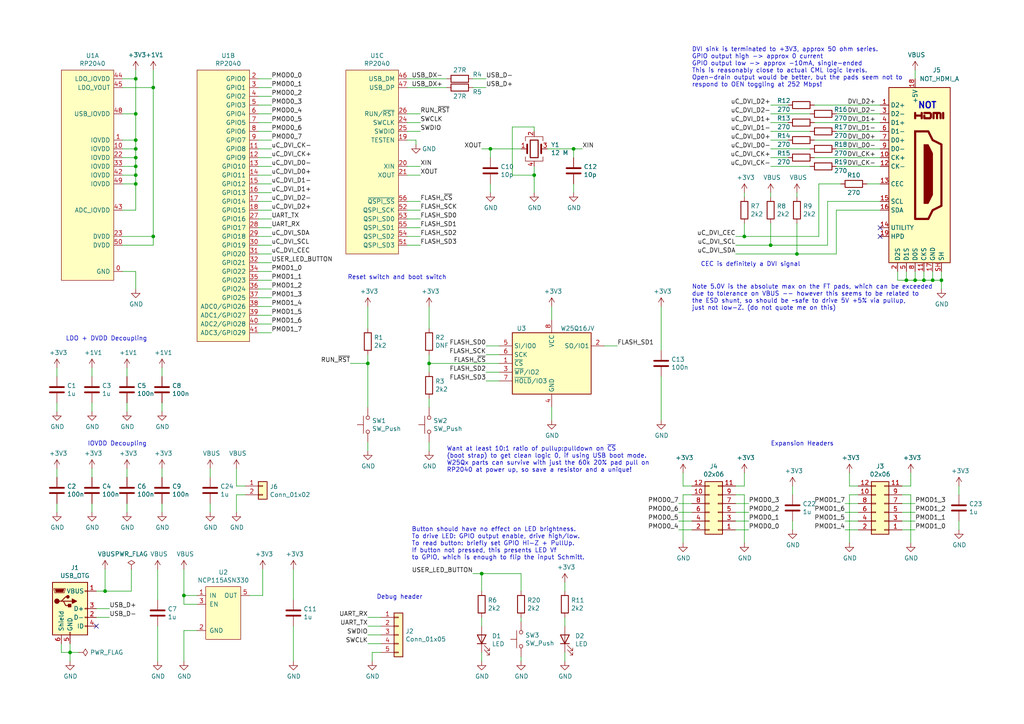
<source format=kicad_sch>
(kicad_sch (version 20230121) (generator eeschema)
  (paper "A4")
  (title_block (title "PicoDVI") (date "2020-06-23") (rev "C") (company "Luke Wren") (comment 1 "but it's worth a try") (comment 2 "This is utterly cursed and probably won't ever work"))
  (junction (at 39.37 40.64))
  (junction (at 39.37 50.8))
  (junction (at 39.37 53.34))
  (junction (at 273.05 81.28))
  (junction (at 124.46 105.41))
  (junction (at 20.32 189.23))
  (junction (at 139.7 166.37))
  (junction (at 39.37 45.72))
  (junction (at 270.51 81.28))
  (junction (at 215.9 68.58))
  (junction (at 154.94 50.8))
  (junction (at 231.14 73.66))
  (junction (at 262.89 81.28))
  (junction (at 106.68 105.41))
  (junction (at 223.52 71.12))
  (junction (at 39.37 43.18))
  (junction (at 39.37 33.02))
  (junction (at 44.45 68.58))
  (junction (at 39.37 22.86))
  (junction (at 30.48 171.45))
  (junction (at 267.97 81.28))
  (junction (at 53.34 172.72))
  (junction (at 39.37 48.26))
  (junction (at 44.45 25.4))
  (junction (at 142.24 43.18))
  (junction (at 166.37 43.18))
  (junction (at 265.43 81.28))
  (no_connect (at 255.27 66.04))
  (no_connect (at 255.27 68.58))
  (no_connect (at 27.94 181.61))
  (wire (pts (xy 154.94 50.8) (xy 154.94 55.88)))
  (wire (pts (xy 248.92 143.51) (xy 246.38 143.51)))
  (wire (pts (xy 236.22 30.48) (xy 255.27 30.48)))
  (wire (pts (xy 74.93 68.58) (xy 78.74 68.58)))
  (wire (pts (xy 74.93 45.72) (xy 78.74 45.72)))
  (wire (pts (xy 39.37 33.02) (xy 39.37 40.64)))
  (wire (pts (xy 213.36 146.05) (xy 217.17 146.05)))
  (wire (pts (xy 200.66 151.13) (xy 196.85 151.13)))
  (wire (pts (xy 36.83 109.22) (xy 36.83 106.68)))
  (wire (pts (xy 144.78 102.87) (xy 140.97 102.87)))
  (wire (pts (xy 46.99 116.84) (xy 46.99 119.38)))
  (wire (pts (xy 223.52 71.12) (xy 240.03 71.12)))
  (wire (pts (xy 74.93 93.98) (xy 78.74 93.98)))
  (wire (pts (xy 213.36 140.97) (xy 215.9 140.97)))
  (wire (pts (xy 71.12 143.51) (xy 68.58 143.51)))
  (wire (pts (xy 255.27 60.96) (xy 242.57 60.96)))
  (wire (pts (xy 142.24 43.18) (xy 142.24 45.72)))
  (wire (pts (xy 39.37 50.8) (xy 39.37 48.26)))
  (wire (pts (xy 246.38 140.97) (xy 248.92 140.97)))
  (wire (pts (xy 46.99 109.22) (xy 46.99 106.68)))
  (wire (pts (xy 242.57 73.66) (xy 231.14 73.66)))
  (wire (pts (xy 27.94 179.07) (xy 31.75 179.07)))
  (wire (pts (xy 106.68 128.27) (xy 106.68 130.81)))
  (wire (pts (xy 36.83 116.84) (xy 36.83 119.38)))
  (wire (pts (xy 261.62 140.97) (xy 264.16 140.97)))
  (wire (pts (xy 228.6 30.48) (xy 223.52 30.48)))
  (wire (pts (xy 39.37 50.8) (xy 39.37 53.34)))
  (wire (pts (xy 243.84 53.34) (xy 237.49 53.34)))
  (wire (pts (xy 35.56 33.02) (xy 39.37 33.02)))
  (wire (pts (xy 35.56 50.8) (xy 39.37 50.8)))
  (wire (pts (xy 160.02 92.71) (xy 160.02 88.9)))
  (wire (pts (xy 236.22 35.56) (xy 255.27 35.56)))
  (wire (pts (xy 148.59 36.83) (xy 148.59 50.8)))
  (wire (pts (xy 234.95 38.1) (xy 223.52 38.1)))
  (wire (pts (xy 20.32 186.69) (xy 20.32 189.23)))
  (wire (pts (xy 124.46 105.41) (xy 124.46 107.95)))
  (wire (pts (xy 45.72 165.1) (xy 45.72 173.99)))
  (wire (pts (xy 215.9 55.88) (xy 215.9 57.15)))
  (wire (pts (xy 106.68 105.41) (xy 106.68 118.11)))
  (wire (pts (xy 246.38 143.51) (xy 246.38 157.48)))
  (wire (pts (xy 231.14 73.66) (xy 213.36 73.66)))
  (wire (pts (xy 71.12 140.97) (xy 68.58 140.97)))
  (wire (pts (xy 261.62 143.51) (xy 264.16 143.51)))
  (wire (pts (xy 74.93 53.34) (xy 78.74 53.34)))
  (wire (pts (xy 231.14 55.88) (xy 231.14 57.15)))
  (wire (pts (xy 142.24 53.34) (xy 142.24 55.88)))
  (wire (pts (xy 273.05 78.74) (xy 273.05 81.28)))
  (wire (pts (xy 110.49 179.07) (xy 106.68 179.07)))
  (wire (pts (xy 74.93 50.8) (xy 78.74 50.8)))
  (wire (pts (xy 85.09 165.1) (xy 85.09 173.99)))
  (wire (pts (xy 118.11 68.58) (xy 121.92 68.58)))
  (wire (pts (xy 148.59 50.8) (xy 154.94 50.8)))
  (wire (pts (xy 231.14 64.77) (xy 231.14 73.66)))
  (wire (pts (xy 106.68 88.9) (xy 106.68 95.25)))
  (wire (pts (xy 39.37 22.86) (xy 39.37 33.02)))
  (wire (pts (xy 39.37 48.26) (xy 39.37 45.72)))
  (wire (pts (xy 160.02 118.11) (xy 160.02 121.92)))
  (wire (pts (xy 74.93 35.56) (xy 78.74 35.56)))
  (wire (pts (xy 175.26 100.33) (xy 179.07 100.33)))
  (wire (pts (xy 213.36 143.51) (xy 215.9 143.51)))
  (wire (pts (xy 248.92 148.59) (xy 245.11 148.59)))
  (wire (pts (xy 124.46 128.27) (xy 124.46 130.81)))
  (wire (pts (xy 57.15 182.88) (xy 53.34 182.88)))
  (wire (pts (xy 154.94 48.26) (xy 154.94 50.8)))
  (wire (pts (xy 68.58 143.51) (xy 68.58 148.59)))
  (wire (pts (xy 200.66 153.67) (xy 196.85 153.67)))
  (wire (pts (xy 74.93 71.12) (xy 78.74 71.12)))
  (wire (pts (xy 57.15 172.72) (xy 53.34 172.72)))
  (wire (pts (xy 74.93 43.18) (xy 78.74 43.18)))
  (wire (pts (xy 228.6 45.72) (xy 223.52 45.72)))
  (wire (pts (xy 118.11 66.04) (xy 121.92 66.04)))
  (wire (pts (xy 278.13 143.51) (xy 278.13 140.97)))
  (wire (pts (xy 17.78 189.23) (xy 20.32 189.23)))
  (wire (pts (xy 265.43 22.86) (xy 265.43 20.32)))
  (wire (pts (xy 118.11 38.1) (xy 121.92 38.1)))
  (wire (pts (xy 74.93 86.36) (xy 78.74 86.36)))
  (wire (pts (xy 236.22 40.64) (xy 255.27 40.64)))
  (wire (pts (xy 215.9 143.51) (xy 215.9 157.48)))
  (wire (pts (xy 118.11 71.12) (xy 121.92 71.12)))
  (wire (pts (xy 248.92 153.67) (xy 245.11 153.67)))
  (wire (pts (xy 118.11 63.5) (xy 121.92 63.5)))
  (wire (pts (xy 270.51 81.28) (xy 273.05 81.28)))
  (wire (pts (xy 118.11 40.64) (xy 120.65 40.64)))
  (wire (pts (xy 267.97 78.74) (xy 267.97 81.28)))
  (wire (pts (xy 198.12 140.97) (xy 200.66 140.97)))
  (wire (pts (xy 39.37 40.64) (xy 39.37 43.18)))
  (wire (pts (xy 35.56 48.26) (xy 39.37 48.26)))
  (wire (pts (xy 273.05 81.28) (xy 273.05 83.82)))
  (wire (pts (xy 74.93 33.02) (xy 78.74 33.02)))
  (wire (pts (xy 26.67 138.43) (xy 26.67 135.89)))
  (wire (pts (xy 228.6 40.64) (xy 223.52 40.64)))
  (wire (pts (xy 35.56 45.72) (xy 39.37 45.72)))
  (wire (pts (xy 151.13 190.5) (xy 151.13 191.77)))
  (wire (pts (xy 44.45 71.12) (xy 44.45 68.58)))
  (wire (pts (xy 72.39 172.72) (xy 76.2 172.72)))
  (wire (pts (xy 260.35 81.28) (xy 262.89 81.28)))
  (wire (pts (xy 213.36 148.59) (xy 217.17 148.59)))
  (wire (pts (xy 191.77 88.9) (xy 191.77 101.6)))
  (wire (pts (xy 262.89 78.74) (xy 262.89 81.28)))
  (wire (pts (xy 261.62 151.13) (xy 265.43 151.13)))
  (wire (pts (xy 35.56 40.64) (xy 39.37 40.64)))
  (wire (pts (xy 46.99 138.43) (xy 46.99 135.89)))
  (wire (pts (xy 213.36 151.13) (xy 217.17 151.13)))
  (wire (pts (xy 74.93 55.88) (xy 78.74 55.88)))
  (wire (pts (xy 118.11 48.26) (xy 121.92 48.26)))
  (wire (pts (xy 229.87 143.51) (xy 229.87 140.97)))
  (wire (pts (xy 260.35 78.74) (xy 260.35 81.28)))
  (wire (pts (xy 234.95 48.26) (xy 223.52 48.26)))
  (wire (pts (xy 16.51 146.05) (xy 16.51 148.59)))
  (wire (pts (xy 53.34 172.72) (xy 53.34 175.26)))
  (wire (pts (xy 118.11 25.4) (xy 129.54 25.4)))
  (wire (pts (xy 39.37 45.72) (xy 39.37 43.18)))
  (wire (pts (xy 151.13 43.18) (xy 142.24 43.18)))
  (wire (pts (xy 198.12 137.16) (xy 198.12 140.97)))
  (wire (pts (xy 74.93 58.42) (xy 78.74 58.42)))
  (wire (pts (xy 255.27 53.34) (xy 251.46 53.34)))
  (wire (pts (xy 118.11 33.02) (xy 121.92 33.02)))
  (wire (pts (xy 139.7 166.37) (xy 151.13 166.37)))
  (wire (pts (xy 20.32 189.23) (xy 20.32 191.77)))
  (wire (pts (xy 144.78 110.49) (xy 140.97 110.49)))
  (wire (pts (xy 151.13 179.07) (xy 151.13 180.34)))
  (wire (pts (xy 242.57 60.96) (xy 242.57 73.66)))
  (wire (pts (xy 26.67 109.22) (xy 26.67 106.68)))
  (wire (pts (xy 53.34 182.88) (xy 53.34 191.77)))
  (wire (pts (xy 16.51 116.84) (xy 16.51 119.38)))
  (wire (pts (xy 39.37 53.34) (xy 39.37 60.96)))
  (wire (pts (xy 255.27 58.42) (xy 240.03 58.42)))
  (wire (pts (xy 237.49 68.58) (xy 215.9 68.58)))
  (wire (pts (xy 139.7 166.37) (xy 139.7 171.45)))
  (wire (pts (xy 74.93 27.94) (xy 78.74 27.94)))
  (wire (pts (xy 200.66 148.59) (xy 196.85 148.59)))
  (wire (pts (xy 74.93 96.52) (xy 78.74 96.52)))
  (wire (pts (xy 16.51 109.22) (xy 16.51 106.68)))
  (wire (pts (xy 30.48 171.45) (xy 30.48 165.1)))
  (wire (pts (xy 215.9 140.97) (xy 215.9 137.16)))
  (wire (pts (xy 39.37 22.86) (xy 39.37 20.32)))
  (wire (pts (xy 154.94 38.1) (xy 154.94 36.83)))
  (wire (pts (xy 74.93 91.44) (xy 78.74 91.44)))
  (wire (pts (xy 255.27 48.26) (xy 242.57 48.26)))
  (wire (pts (xy 85.09 181.61) (xy 85.09 191.77)))
  (wire (pts (xy 118.11 50.8) (xy 121.92 50.8)))
  (wire (pts (xy 35.56 78.74) (xy 39.37 78.74)))
  (wire (pts (xy 234.95 33.02) (xy 223.52 33.02)))
  (wire (pts (xy 110.49 189.23) (xy 107.95 189.23)))
  (wire (pts (xy 262.89 81.28) (xy 265.43 81.28)))
  (wire (pts (xy 124.46 105.41) (xy 124.46 102.87)))
  (wire (pts (xy 60.96 138.43) (xy 60.96 135.89)))
  (wire (pts (xy 265.43 78.74) (xy 265.43 81.28)))
  (wire (pts (xy 107.95 189.23) (xy 107.95 191.77)))
  (wire (pts (xy 200.66 146.05) (xy 196.85 146.05)))
  (wire (pts (xy 27.94 171.45) (xy 30.48 171.45)))
  (wire (pts (xy 144.78 107.95) (xy 140.97 107.95)))
  (wire (pts (xy 35.56 71.12) (xy 44.45 71.12)))
  (wire (pts (xy 229.87 151.13) (xy 229.87 153.67)))
  (wire (pts (xy 45.72 181.61) (xy 45.72 191.77)))
  (wire (pts (xy 74.93 73.66) (xy 78.74 73.66)))
  (wire (pts (xy 17.78 186.69) (xy 17.78 189.23)))
  (wire (pts (xy 261.62 146.05) (xy 265.43 146.05)))
  (wire (pts (xy 234.95 43.18) (xy 223.52 43.18)))
  (wire (pts (xy 74.93 25.4) (xy 78.74 25.4)))
  (wire (pts (xy 137.16 22.86) (xy 140.97 22.86)))
  (wire (pts (xy 110.49 184.15) (xy 106.68 184.15)))
  (wire (pts (xy 44.45 25.4) (xy 44.45 68.58)))
  (wire (pts (xy 46.99 146.05) (xy 46.99 148.59)))
  (wire (pts (xy 140.97 25.4) (xy 137.16 25.4)))
  (wire (pts (xy 27.94 176.53) (xy 31.75 176.53)))
  (wire (pts (xy 213.36 71.12) (xy 223.52 71.12)))
  (wire (pts (xy 237.49 53.34) (xy 237.49 68.58)))
  (wire (pts (xy 76.2 172.72) (xy 76.2 165.1)))
  (wire (pts (xy 270.51 78.74) (xy 270.51 81.28)))
  (wire (pts (xy 74.93 63.5) (xy 78.74 63.5)))
  (wire (pts (xy 74.93 48.26) (xy 78.74 48.26)))
  (wire (pts (xy 223.52 55.88) (xy 223.52 57.15)))
  (wire (pts (xy 240.03 58.42) (xy 240.03 71.12)))
  (wire (pts (xy 118.11 60.96) (xy 121.92 60.96)))
  (wire (pts (xy 200.66 143.51) (xy 198.12 143.51)))
  (wire (pts (xy 215.9 64.77) (xy 215.9 68.58)))
  (wire (pts (xy 228.6 35.56) (xy 223.52 35.56)))
  (wire (pts (xy 163.83 189.23) (xy 163.83 191.77)))
  (wire (pts (xy 60.96 146.05) (xy 60.96 148.59)))
  (wire (pts (xy 264.16 143.51) (xy 264.16 157.48)))
  (wire (pts (xy 16.51 138.43) (xy 16.51 135.89)))
  (wire (pts (xy 26.67 116.84) (xy 26.67 119.38)))
  (wire (pts (xy 74.93 60.96) (xy 78.74 60.96)))
  (wire (pts (xy 74.93 66.04) (xy 78.74 66.04)))
  (wire (pts (xy 163.83 171.45) (xy 163.83 168.91)))
  (wire (pts (xy 142.24 43.18) (xy 139.7 43.18)))
  (wire (pts (xy 74.93 40.64) (xy 78.74 40.64)))
  (wire (pts (xy 53.34 175.26) (xy 57.15 175.26)))
  (wire (pts (xy 246.38 137.16) (xy 246.38 140.97)))
  (wire (pts (xy 74.93 83.82) (xy 78.74 83.82)))
  (wire (pts (xy 110.49 181.61) (xy 106.68 181.61)))
  (wire (pts (xy 264.16 140.97) (xy 264.16 137.16)))
  (wire (pts (xy 191.77 109.22) (xy 191.77 121.92)))
  (wire (pts (xy 74.93 38.1) (xy 78.74 38.1)))
  (wire (pts (xy 158.75 43.18) (xy 166.37 43.18)))
  (wire (pts (xy 166.37 53.34) (xy 166.37 55.88)))
  (wire (pts (xy 166.37 43.18) (xy 168.91 43.18)))
  (wire (pts (xy 118.11 22.86) (xy 129.54 22.86)))
  (wire (pts (xy 255.27 43.18) (xy 242.57 43.18)))
  (wire (pts (xy 35.56 22.86) (xy 39.37 22.86)))
  (wire (pts (xy 248.92 151.13) (xy 245.11 151.13)))
  (wire (pts (xy 267.97 81.28) (xy 270.51 81.28)))
  (wire (pts (xy 151.13 166.37) (xy 151.13 171.45)))
  (wire (pts (xy 154.94 36.83) (xy 148.59 36.83)))
  (wire (pts (xy 198.12 143.51) (xy 198.12 157.48)))
  (wire (pts (xy 38.1 165.1) (xy 38.1 171.45)))
  (wire (pts (xy 124.46 115.57) (xy 124.46 118.11)))
  (wire (pts (xy 20.32 189.23) (xy 22.86 189.23)))
  (wire (pts (xy 35.56 53.34) (xy 39.37 53.34)))
  (wire (pts (xy 74.93 78.74) (xy 78.74 78.74)))
  (wire (pts (xy 26.67 146.05) (xy 26.67 148.59)))
  (wire (pts (xy 261.62 153.67) (xy 265.43 153.67)))
  (wire (pts (xy 261.62 148.59) (xy 265.43 148.59)))
  (wire (pts (xy 255.27 38.1) (xy 242.57 38.1)))
  (wire (pts (xy 38.1 171.45) (xy 30.48 171.45)))
  (wire (pts (xy 44.45 68.58) (xy 35.56 68.58)))
  (wire (pts (xy 265.43 81.28) (xy 267.97 81.28)))
  (wire (pts (xy 53.34 172.72) (xy 53.34 165.1)))
  (wire (pts (xy 166.37 43.18) (xy 166.37 45.72)))
  (wire (pts (xy 110.49 186.69) (xy 106.68 186.69)))
  (wire (pts (xy 44.45 20.32) (xy 44.45 25.4)))
  (wire (pts (xy 139.7 166.37) (xy 137.16 166.37)))
  (wire (pts (xy 74.93 81.28) (xy 78.74 81.28)))
  (wire (pts (xy 139.7 189.23) (xy 139.7 191.77)))
  (wire (pts (xy 248.92 146.05) (xy 245.11 146.05)))
  (wire (pts (xy 44.45 25.4) (xy 35.56 25.4)))
  (wire (pts (xy 118.11 58.42) (xy 121.92 58.42)))
  (wire (pts (xy 278.13 151.13) (xy 278.13 153.67)))
  (wire (pts (xy 139.7 179.07) (xy 139.7 181.61)))
  (wire (pts (xy 236.22 45.72) (xy 255.27 45.72)))
  (wire (pts (xy 120.65 40.64) (xy 120.65 41.91)))
  (wire (pts (xy 74.93 76.2) (xy 78.74 76.2)))
  (wire (pts (xy 213.36 153.67) (xy 217.17 153.67)))
  (wire (pts (xy 144.78 100.33) (xy 140.97 100.33)))
  (wire (pts (xy 36.83 146.05) (xy 36.83 148.59)))
  (wire (pts (xy 255.27 33.02) (xy 242.57 33.02)))
  (wire (pts (xy 213.36 68.58) (xy 215.9 68.58)))
  (wire (pts (xy 68.58 135.89) (xy 68.58 140.97)))
  (wire (pts (xy 124.46 95.25) (xy 124.46 88.9)))
  (wire (pts (xy 124.46 105.41) (xy 144.78 105.41)))
  (wire (pts (xy 106.68 102.87) (xy 106.68 105.41)))
  (wire (pts (xy 223.52 64.77) (xy 223.52 71.12)))
  (wire (pts (xy 74.93 88.9) (xy 78.74 88.9)))
  (wire (pts (xy 39.37 43.18) (xy 35.56 43.18)))
  (wire (pts (xy 36.83 138.43) (xy 36.83 135.89)))
  (wire (pts (xy 74.93 22.86) (xy 78.74 22.86)))
  (wire (pts (xy 163.83 179.07) (xy 163.83 181.61)))
  (wire (pts (xy 118.11 35.56) (xy 121.92 35.56)))
  (wire (pts (xy 39.37 60.96) (xy 35.56 60.96)))
  (wire (pts (xy 39.37 78.74) (xy 39.37 83.82)))
  (wire (pts (xy 106.68 105.41) (xy 101.6 105.41)))
  (wire (pts (xy 74.93 30.48) (xy 78.74 30.48)))
  (text "CEC is definitely a DVI signal" (at 203.2 77.47 0) (effects (font (size 1.27 1.27)) (justify left bottom)))
  (text "Button should have no effect on LED brightness.\nTo drive LED: GPIO output enable, drive high/low.\nTo read button: briefly set GPIO Hi-Z + PullUp.\nIf button not pressed, this presents LED Vf\nto GPIO, which is enough to flip the input Schmitt." (at 119.38 162.56 0) (effects (font (size 1.27 1.27)) (justify left bottom)))
  (text "Want at least 10:1 ratio of pullup:pulldown on ~{CS}\n(boot strap) to get clean logic 0, if using USB boot mode.\nW25Qx parts can survive with just the 60k 20% pad pull on\nRP2040 at power up, so save a resistor and a unique!" (at 129.54 137.16 0) (effects (font (size 1.27 1.27)) (justify left bottom)))
  (text "Note 5.0V is the absolute max on the FT pads, which can be exceeded\ndue to tolerance on VBUS -- however this seems to be related to\nthe ESD shunt, so should be ~safe to drive 5V +5% via pullup,\njust not low-Z. (do not quote me on this)" (at 200.66 90.17 0) (effects (font (size 1.27 1.27)) (justify left bottom)))
  (text "LDO + DVDD Decoupling" (at 19.05 99.06 0) (effects (font (size 1.27 1.27)) (justify left bottom)))
  (text "Debug header" (at 109.22 173.99 0) (effects (font (size 1.27 1.27)) (justify left bottom)))
  (text "Expansion Headers\n" (at 223.52 129.54 0) (effects (font (size 1.27 1.27)) (justify left bottom)))
  (text "Reset switch and boot switch" (at 129.54 81.28 0) (effects (font (size 1.27 1.27)) (justify right bottom)))
  (text "IOVDD Decoupling" (at 25.4 129.54 0) (effects (font (size 1.27 1.27)) (justify left bottom)))
  (text "DVI sink is terminated to +3V3, approx 50 ohm series.\nGPIO output high -> approx 0 current\nGPIO output low -> approx -10mA, single-ended\nThis is reasonably close to actual CML logic levels.\nOpen-drain output would be better, but the pads seem not to\nrespond to OEN toggling at 252 Mbps!" (at 200.66 25.4 0) (effects (font (size 1.27 1.27)) (justify left bottom)))
  (text "NOT" (at 271.78 31.75 0) (effects (font (size 1.8034 1.8034) (thickness 0.3607) bold) (justify right bottom)))
  (label "uC_DVI_D0+" (at 78.74 50.8 0))
  (label "DVI_D1+" (at 254 35.56 180))
  (label "uC_DVI_CEC" (at 78.74 73.66 0))
  (label "PMOD0_6" (at 196.85 148.59 180))
  (label "PMOD0_0" (at 78.74 22.86 0))
  (label "USB_DX-" (at 119.38 22.86 0))
  (label "uC_DVI_D1-" (at 223.52 38.1 180))
  (label "PMOD1_6" (at 245.11 148.59 180))
  (label "uC_DVI_D0-" (at 223.52 43.18 180))
  (label "DVI_D1-" (at 254 38.1 180))
  (label "DVI_CK+" (at 254 45.72 180))
  (label "uC_DVI_D2-" (at 223.52 33.02 180))
  (label "uC_DVI_D0-" (at 78.74 48.26 0))
  (label "SWCLK" (at 106.68 186.69 180))
  (label "FLASH_SD0" (at 121.92 63.5 0))
  (label "FLASH_SD3" (at 140.97 110.49 180))
  (label "PMOD0_6" (at 78.74 38.1 0))
  (label "SWDIO" (at 121.92 38.1 0))
  (label "uC_DVI_CK+" (at 223.52 45.72 180))
  (label "PMOD0_2" (at 217.17 148.59 0))
  (label "RUN_~{RST}" (at 101.6 105.41 180))
  (label "UART_RX" (at 78.74 66.04 0))
  (label "uC_DVI_SDA" (at 213.36 73.66 180))
  (label "FLASH_SD0" (at 140.97 100.33 180))
  (label "USB_D+" (at 31.75 176.53 0))
  (label "FLASH_SD2" (at 121.92 68.58 0))
  (label "PMOD1_7" (at 245.11 146.05 180))
  (label "PMOD0_2" (at 78.74 27.94 0))
  (label "SWCLK" (at 121.92 35.56 0))
  (label "FLASH_SD2" (at 140.97 107.95 180))
  (label "PMOD0_7" (at 78.74 40.64 0))
  (label "FLASH_~{CS}" (at 121.92 58.42 0))
  (label "USER_LED_BUTTON" (at 78.74 76.2 0))
  (label "uC_DVI_SCL" (at 213.36 71.12 180))
  (label "USB_D-" (at 31.75 179.07 0))
  (label "DVI_D2+" (at 254 30.48 180))
  (label "RUN_~{RST}" (at 121.92 33.02 0))
  (label "PMOD0_5" (at 196.85 151.13 180))
  (label "USB_D-" (at 140.97 22.86 0))
  (label "uC_DVI_D0+" (at 223.52 40.64 180))
  (label "DVI_D2-" (at 254 33.02 180))
  (label "USER_LED_BUTTON" (at 137.16 166.37 180))
  (label "UART_TX" (at 106.68 181.61 180))
  (label "PMOD0_4" (at 78.74 33.02 0))
  (label "PMOD1_1" (at 265.43 151.13 0))
  (label "PMOD1_4" (at 78.74 88.9 0))
  (label "XOUT" (at 121.92 50.8 0))
  (label "FLASH_SD1" (at 121.92 66.04 0))
  (label "PMOD1_2" (at 265.43 148.59 0))
  (label "PMOD0_3" (at 217.17 146.05 0))
  (label "PMOD0_0" (at 217.17 153.67 0))
  (label "PMOD0_3" (at 78.74 30.48 0))
  (label "PMOD0_1" (at 217.17 151.13 0))
  (label "DVI_D0-" (at 254 43.18 180))
  (label "USB_D+" (at 140.97 25.4 0))
  (label "uC_DVI_SDA" (at 78.74 68.58 0))
  (label "DVI_CK-" (at 254 48.26 180))
  (label "FLASH_SD1" (at 179.07 100.33 0))
  (label "SWDIO" (at 106.68 184.15 180))
  (label "UART_RX" (at 106.68 179.07 180))
  (label "PMOD0_5" (at 78.74 35.56 0))
  (label "uC_DVI_D1+" (at 78.74 55.88 0))
  (label "uC_DVI_CK+" (at 78.74 45.72 0))
  (label "FLASH_~{CS}" (at 140.97 105.41 180))
  (label "PMOD0_4" (at 196.85 153.67 180))
  (label "uC_DVI_D1-" (at 78.74 53.34 0))
  (label "PMOD1_3" (at 265.43 146.05 0))
  (label "PMOD1_4" (at 245.11 153.67 180))
  (label "PMOD1_2" (at 78.74 83.82 0))
  (label "PMOD1_0" (at 78.74 78.74 0))
  (label "uC_DVI_D2+" (at 223.52 30.48 180))
  (label "PMOD1_5" (at 245.11 151.13 180))
  (label "uC_DVI_D1+" (at 223.52 35.56 180))
  (label "PMOD1_5" (at 78.74 91.44 0))
  (label "FLASH_SCK" (at 140.97 102.87 180))
  (label "PMOD1_6" (at 78.74 93.98 0))
  (label "USB_DX+" (at 119.38 25.4 0))
  (label "PMOD1_7" (at 78.74 96.52 0))
  (label "PMOD0_7" (at 196.85 146.05 180))
  (label "XOUT" (at 139.7 43.18 180))
  (label "uC_DVI_CK-" (at 78.74 43.18 0))
  (label "XIN" (at 168.91 43.18 0))
  (label "UART_TX" (at 78.74 63.5 0))
  (label "FLASH_SCK" (at 121.92 60.96 0))
  (label "PMOD1_1" (at 78.74 81.28 0))
  (label "uC_DVI_D2+" (at 78.74 60.96 0))
  (label "PMOD1_3" (at 78.74 86.36 0))
  (label "PMOD0_1" (at 78.74 25.4 0))
  (label "uC_DVI_D2-" (at 78.74 58.42 0))
  (label "XIN" (at 121.92 48.26 0))
  (label "uC_DVI_SCL" (at 78.74 71.12 0))
  (label "uC_DVI_CK-" (at 223.52 48.26 180))
  (label "uC_DVI_CEC" (at 213.36 68.58 180))
  (label "DVI_D0+" (at 254 40.64 180))
  (label "PMOD1_0" (at 265.43 153.67 0))
  (label "FLASH_SD3" (at 121.92 71.12 0))
  (symbol (lib_id "picodvi:Pico2040") (at 25.4 20.32 0) (unit 1)
    (property "Reference" "U1" (at 26.8224 16.129 0))
    (property "Value" "RP2040" (at 26.8224 18.4404 0))
    (property "Footprint" "picodvi:QFN-56_EP_7x7_Pitch0.4mm" (effects hide))
  )
  (symbol (lib_id "picodvi:Pico2040") (at 64.77 20.32 0) (unit 2)
    (property "Reference" "U1" (at 66.1924 16.129 0))
    (property "Value" "RP2040" (at 66.1924 18.4404 0))
    (property "Footprint" "picodvi:QFN-56_EP_7x7_Pitch0.4mm" (effects hide))
  )
  (symbol (lib_id "picodvi:Pico2040") (at 107.95 20.32 0) (unit 3)
    (property "Reference" "U1" (at 109.3724 16.129 0))
    (property "Value" "RP2040" (at 109.3724 18.4404 0))
    (property "Footprint" "picodvi:QFN-56_EP_7x7_Pitch0.4mm" (effects hide))
  )
  (symbol (lib_id "Connector:HDMI_A") (at 265.43 50.8 0) (unit 1)
    (property "Reference" "J5" (at 270.51 20.32 0) (effects (justify left)))
    (property "Value" "NOT_HDMI_A" (at 266.7 22.86 0) (effects (justify left)))
    (property "Footprint" "picodvi:HDMI-SS-53000" (effects hide))
    (property "Datasheet" "https://en.wikipedia.org/wiki/HDMI" (effects hide))
  )
  (symbol (lib_id "power:VBUS") (at 265.43 20.32 0) (unit 1)
    (property "Reference" "#PWR0101" (effects hide))
    (property "Value" "VBUS" (at 265.811 15.9258 0))
  )
  (symbol (lib_id "power:GND") (at 273.05 83.82 0) (unit 1)
    (property "Reference" "#PWR0102" (effects hide))
    (property "Value" "GND" (at 273.177 88.2142 0))
  )
  (symbol (lib_id "Device:R") (at 247.65 53.34 270) (unit 1)
    (property "Reference" "R10" (at 247.65 50.8 90))
    (property "Value" "270" (at 247.65 55.88 90))
    (property "Footprint" "Resistor_SMD:R_0402_1005Metric" (effects hide))
  )
  (symbol (lib_id "Device:R") (at 231.14 60.96 0) (unit 1)
    (property "Reference" "R9" (at 232.918 59.7916 0) (effects (justify left)))
    (property "Value" "2k2" (at 232.918 62.103 0) (effects (justify left)))
    (property "Footprint" "Resistor_SMD:R_0402_1005Metric" (effects hide))
  )
  (symbol (lib_id "Device:R") (at 223.52 60.96 0) (unit 1)
    (property "Reference" "R8" (at 225.298 59.7916 0) (effects (justify left)))
    (property "Value" "2k2" (at 225.298 62.103 0) (effects (justify left)))
    (property "Footprint" "Resistor_SMD:R_0402_1005Metric" (effects hide))
  )
  (symbol (lib_id "Device:R") (at 215.9 60.96 0) (unit 1)
    (property "Reference" "R7" (at 217.678 59.7916 0) (effects (justify left)))
    (property "Value" "2k2" (at 217.678 62.103 0) (effects (justify left)))
    (property "Footprint" "Resistor_SMD:R_0402_1005Metric" (effects hide))
  )
  (symbol (lib_id "power:+3V3") (at 215.9 55.88 0) (unit 1)
    (property "Reference" "#PWR0103" (effects hide))
    (property "Value" "+3V3" (at 216.281 51.4858 0))
  )
  (symbol (lib_id "power:+3V3") (at 39.37 20.32 0) (unit 1)
    (property "Reference" "#PWR0104" (effects hide))
    (property "Value" "+3V3" (at 39.751 15.9258 0))
  )
  (symbol (lib_id "power:+1V1") (at 44.45 20.32 0) (unit 1)
    (property "Reference" "#PWR0105" (effects hide))
    (property "Value" "+1V1" (at 44.831 15.9258 0))
  )
  (symbol (lib_id "power:GND") (at 39.37 83.82 0) (unit 1)
    (property "Reference" "#PWR0106" (effects hide))
    (property "Value" "GND" (at 39.497 88.2142 0))
  )
  (symbol (lib_id "power:GND") (at 120.65 41.91 0) (unit 1)
    (property "Reference" "#PWR0107" (effects hide))
    (property "Value" "GND" (at 124.46 43.18 0))
  )
  (symbol (lib_id "Device:C") (at 16.51 113.03 0) (unit 1)
    (property "Reference" "C1" (at 19.431 111.8616 0) (effects (justify left)))
    (property "Value" "1u" (at 19.431 114.173 0) (effects (justify left)))
    (property "Footprint" "Capacitor_SMD:C_0402_1005Metric" (effects hide))
  )
  (symbol (lib_id "power:+3V3") (at 16.51 106.68 0) (unit 1)
    (property "Reference" "#PWR0108" (effects hide))
    (property "Value" "+3V3" (at 16.891 102.2858 0))
  )
  (symbol (lib_id "power:GND") (at 16.51 119.38 0) (unit 1)
    (property "Reference" "#PWR0109" (effects hide))
    (property "Value" "GND" (at 16.637 123.7742 0))
  )
  (symbol (lib_id "Device:C") (at 26.67 113.03 0) (unit 1)
    (property "Reference" "C3" (at 29.591 111.8616 0) (effects (justify left)))
    (property "Value" "1u" (at 29.591 114.173 0) (effects (justify left)))
    (property "Footprint" "Capacitor_SMD:C_0402_1005Metric" (effects hide))
  )
  (symbol (lib_id "power:GND") (at 26.67 119.38 0) (unit 1)
    (property "Reference" "#PWR0110" (effects hide))
    (property "Value" "GND" (at 26.797 123.7742 0))
  )
  (symbol (lib_id "power:+1V1") (at 26.67 106.68 0) (unit 1)
    (property "Reference" "#PWR0111" (effects hide))
    (property "Value" "+1V1" (at 27.051 102.2858 0))
  )
  (symbol (lib_id "Device:C") (at 36.83 113.03 0) (unit 1)
    (property "Reference" "C5" (at 39.751 111.8616 0) (effects (justify left)))
    (property "Value" "100n" (at 39.751 114.173 0) (effects (justify left)))
    (property "Footprint" "Capacitor_SMD:C_0402_1005Metric" (effects hide))
  )
  (symbol (lib_id "power:GND") (at 36.83 119.38 0) (unit 1)
    (property "Reference" "#PWR0112" (effects hide))
    (property "Value" "GND" (at 36.957 123.7742 0))
  )
  (symbol (lib_id "power:+1V1") (at 36.83 106.68 0) (unit 1)
    (property "Reference" "#PWR0113" (effects hide))
    (property "Value" "+1V1" (at 37.211 102.2858 0))
  )
  (symbol (lib_id "Device:C") (at 46.99 113.03 0) (unit 1)
    (property "Reference" "C8" (at 49.911 111.8616 0) (effects (justify left)))
    (property "Value" "100n" (at 49.911 114.173 0) (effects (justify left)))
    (property "Footprint" "Capacitor_SMD:C_0402_1005Metric" (effects hide))
  )
  (symbol (lib_id "power:GND") (at 46.99 119.38 0) (unit 1)
    (property "Reference" "#PWR0114" (effects hide))
    (property "Value" "GND" (at 47.117 123.7742 0))
  )
  (symbol (lib_id "power:+1V1") (at 46.99 106.68 0) (unit 1)
    (property "Reference" "#PWR0115" (effects hide))
    (property "Value" "+1V1" (at 47.371 102.2858 0))
  )
  (symbol (lib_id "Device:C") (at 16.51 142.24 0) (unit 1)
    (property "Reference" "C2" (at 19.431 141.0716 0) (effects (justify left)))
    (property "Value" "100n" (at 19.431 143.383 0) (effects (justify left)))
    (property "Footprint" "Capacitor_SMD:C_0402_1005Metric" (effects hide))
  )
  (symbol (lib_id "power:GND") (at 16.51 148.59 0) (unit 1)
    (property "Reference" "#PWR0116" (effects hide))
    (property "Value" "GND" (at 16.637 152.9842 0))
  )
  (symbol (lib_id "power:+3V3") (at 16.51 135.89 0) (unit 1)
    (property "Reference" "#PWR0117" (effects hide))
    (property "Value" "+3V3" (at 16.891 131.4958 0))
  )
  (symbol (lib_id "Device:C") (at 26.67 142.24 0) (unit 1)
    (property "Reference" "C4" (at 29.591 141.0716 0) (effects (justify left)))
    (property "Value" "100n" (at 29.591 143.383 0) (effects (justify left)))
    (property "Footprint" "Capacitor_SMD:C_0402_1005Metric" (effects hide))
  )
  (symbol (lib_id "power:GND") (at 26.67 148.59 0) (unit 1)
    (property "Reference" "#PWR0118" (effects hide))
    (property "Value" "GND" (at 26.797 152.9842 0))
  )
  (symbol (lib_id "power:+3V3") (at 26.67 135.89 0) (unit 1)
    (property "Reference" "#PWR0119" (effects hide))
    (property "Value" "+3V3" (at 27.051 131.4958 0))
  )
  (symbol (lib_id "Device:C") (at 36.83 142.24 0) (unit 1)
    (property "Reference" "C6" (at 39.751 141.0716 0) (effects (justify left)))
    (property "Value" "100n" (at 39.751 143.383 0) (effects (justify left)))
    (property "Footprint" "Capacitor_SMD:C_0402_1005Metric" (effects hide))
  )
  (symbol (lib_id "power:GND") (at 36.83 148.59 0) (unit 1)
    (property "Reference" "#PWR0120" (effects hide))
    (property "Value" "GND" (at 36.957 152.9842 0))
  )
  (symbol (lib_id "power:+3V3") (at 36.83 135.89 0) (unit 1)
    (property "Reference" "#PWR0121" (effects hide))
    (property "Value" "+3V3" (at 37.211 131.4958 0))
  )
  (symbol (lib_id "Device:C") (at 46.99 142.24 0) (unit 1)
    (property "Reference" "C9" (at 49.911 141.0716 0) (effects (justify left)))
    (property "Value" "100n" (at 49.911 143.383 0) (effects (justify left)))
    (property "Footprint" "Capacitor_SMD:C_0402_1005Metric" (effects hide))
  )
  (symbol (lib_id "power:GND") (at 46.99 148.59 0) (unit 1)
    (property "Reference" "#PWR0122" (effects hide))
    (property "Value" "GND" (at 47.117 152.9842 0))
  )
  (symbol (lib_id "power:+3V3") (at 46.99 135.89 0) (unit 1)
    (property "Reference" "#PWR0123" (effects hide))
    (property "Value" "+3V3" (at 47.371 131.4958 0))
  )
  (symbol (lib_id "Connector_Generic:Conn_02x06_Odd_Even") (at 256.54 148.59 180) (unit 1)
    (property "Reference" "J3" (at 255.27 135.255 0))
    (property "Value" "02x06" (at 255.27 137.5664 0))
    (property "Footprint" "picodvi:PinHeader_2x06_P2.54mm_Horizontal" (effects hide))
  )
  (symbol (lib_id "power:+3V3") (at 215.9 137.16 0) (unit 1)
    (property "Reference" "#PWR0124" (effects hide))
    (property "Value" "+3V3" (at 216.281 132.7658 0))
  )
  (symbol (lib_id "power:+3V3") (at 198.12 137.16 0) (unit 1)
    (property "Reference" "#PWR0125" (effects hide))
    (property "Value" "+3V3" (at 198.501 132.7658 0))
  )
  (symbol (lib_id "power:GND") (at 198.12 157.48 0) (unit 1)
    (property "Reference" "#PWR0126" (effects hide))
    (property "Value" "GND" (at 198.247 161.8742 0))
  )
  (symbol (lib_id "power:GND") (at 215.9 157.48 0) (unit 1)
    (property "Reference" "#PWR0127" (effects hide))
    (property "Value" "GND" (at 216.027 161.8742 0))
  )
  (symbol (lib_id "Connector_Generic:Conn_02x06_Odd_Even") (at 208.28 148.59 180) (unit 1)
    (property "Reference" "J4" (at 207.01 135.255 0))
    (property "Value" "02x06" (at 207.01 137.5664 0))
    (property "Footprint" "picodvi:PinHeader_2x06_P2.54mm_Horizontal" (effects hide))
  )
  (symbol (lib_id "power:+3V3") (at 264.16 137.16 0) (unit 1)
    (property "Reference" "#PWR0128" (effects hide))
    (property "Value" "+3V3" (at 264.541 132.7658 0))
  )
  (symbol (lib_id "power:+3V3") (at 246.38 137.16 0) (unit 1)
    (property "Reference" "#PWR0129" (effects hide))
    (property "Value" "+3V3" (at 246.761 132.7658 0))
  )
  (symbol (lib_id "power:GND") (at 246.38 157.48 0) (unit 1)
    (property "Reference" "#PWR0130" (effects hide))
    (property "Value" "GND" (at 246.507 161.8742 0))
  )
  (symbol (lib_id "power:GND") (at 264.16 157.48 0) (unit 1)
    (property "Reference" "#PWR0131" (effects hide))
    (property "Value" "GND" (at 264.287 161.8742 0))
  )
  (symbol (lib_id "Device:LED") (at 139.7 185.42 90) (unit 1)
    (property "Reference" "D1" (at 142.6718 184.4548 90) (effects (justify right)))
    (property "Value" "LED" (at 142.6718 186.7662 90) (effects (justify right)))
    (property "Footprint" "LED_SMD:LED_0805_2012Metric" (effects hide))
  )
  (symbol (lib_id "Device:R") (at 139.7 175.26 0) (unit 1)
    (property "Reference" "R6" (at 141.478 174.0916 0) (effects (justify left)))
    (property "Value" "2k2" (at 141.478 176.403 0) (effects (justify left)))
    (property "Footprint" "Resistor_SMD:R_0402_1005Metric" (effects hide))
  )
  (symbol (lib_id "power:GND") (at 139.7 191.77 0) (unit 1)
    (property "Reference" "#PWR0132" (effects hide))
    (property "Value" "GND" (at 139.827 196.1642 0))
  )
  (symbol (lib_id "picodvi-rescue:AT25SF081-XMHD-X-Memory_Flash") (at 160.02 105.41 0) (unit 1)
    (property "Reference" "U3" (at 149.86 95.25 0) (effects (justify left)))
    (property "Value" "W25Q16JV" (at 162.56 95.25 0) (effects (justify left)))
    (property "Footprint" "Package_SON:WSON-8-1EP_6x5mm_P1.27mm_EP3.4x4mm" (effects hide))
    (property "Datasheet" "https://www.adestotech.com/wp-content/uploads/DS-AT25SF081_045.pdf" (effects hide))
  )
  (symbol (lib_id "power:GND") (at 160.02 121.92 0) (unit 1)
    (property "Reference" "#PWR0133" (effects hide))
    (property "Value" "GND" (at 160.147 126.3142 0))
  )
  (symbol (lib_id "power:+3V3") (at 160.02 88.9 0) (unit 1)
    (property "Reference" "#PWR0134" (effects hide))
    (property "Value" "+3V3" (at 160.401 84.5058 0))
  )
  (symbol (lib_id "Device:C") (at 278.13 147.32 0) (unit 1)
    (property "Reference" "C23" (at 281.051 146.1516 0) (effects (justify left)))
    (property "Value" "1u" (at 281.051 148.463 0) (effects (justify left)))
    (property "Footprint" "Capacitor_SMD:C_0402_1005Metric" (effects hide))
  )
  (symbol (lib_id "power:+3V3") (at 278.13 140.97 0) (unit 1)
    (property "Reference" "#PWR0135" (effects hide))
    (property "Value" "+3V3" (at 278.511 136.5758 0))
  )
  (symbol (lib_id "power:GND") (at 278.13 153.67 0) (unit 1)
    (property "Reference" "#PWR0136" (effects hide))
    (property "Value" "GND" (at 278.257 158.0642 0))
  )
  (symbol (lib_id "Device:C") (at 229.87 147.32 0) (unit 1)
    (property "Reference" "C22" (at 232.791 146.1516 0) (effects (justify left)))
    (property "Value" "1u" (at 232.791 148.463 0) (effects (justify left)))
    (property "Footprint" "Capacitor_SMD:C_0402_1005Metric" (effects hide))
  )
  (symbol (lib_id "power:+3V3") (at 229.87 140.97 0) (unit 1)
    (property "Reference" "#PWR0137" (effects hide))
    (property "Value" "+3V3" (at 230.251 136.5758 0))
  )
  (symbol (lib_id "power:GND") (at 229.87 153.67 0) (unit 1)
    (property "Reference" "#PWR0138" (effects hide))
    (property "Value" "GND" (at 229.997 158.0642 0))
  )
  (symbol (lib_id "Device:R") (at 124.46 99.06 0) (unit 1)
    (property "Reference" "R2" (at 126.238 97.8916 0) (effects (justify left)))
    (property "Value" "DNF" (at 126.238 100.203 0) (effects (justify left)))
    (property "Footprint" "Resistor_SMD:R_0402_1005Metric" (effects hide))
  )
  (symbol (lib_id "Device:R") (at 124.46 111.76 0) (unit 1)
    (property "Reference" "R3" (at 126.238 110.5916 0) (effects (justify left)))
    (property "Value" "2k2" (at 126.238 112.903 0) (effects (justify left)))
    (property "Footprint" "Resistor_SMD:R_0402_1005Metric" (effects hide))
  )
  (symbol (lib_id "power:GND") (at 124.46 130.81 0) (unit 1)
    (property "Reference" "#PWR0139" (effects hide))
    (property "Value" "GND" (at 124.587 135.2042 0))
  )
  (symbol (lib_id "power:+3V3") (at 124.46 88.9 0) (unit 1)
    (property "Reference" "#PWR0140" (effects hide))
    (property "Value" "+3V3" (at 124.841 84.5058 0))
  )
  (symbol (lib_id "Switch:SW_Push") (at 124.46 123.19 90) (unit 1)
    (property "Reference" "SW2" (at 125.6792 122.0216 90) (effects (justify right)))
    (property "Value" "SW_Push" (at 125.6792 124.333 90) (effects (justify right)))
    (property "Footprint" "picodvi:SW_SPST_PTS815" (effects hide))
  )
  (symbol (lib_id "power:GND") (at 106.68 130.81 0) (unit 1)
    (property "Reference" "#PWR0141" (effects hide))
    (property "Value" "GND" (at 106.807 135.2042 0))
  )
  (symbol (lib_id "Switch:SW_Push") (at 106.68 123.19 90) (unit 1)
    (property "Reference" "SW1" (at 107.8992 122.0216 90) (effects (justify right)))
    (property "Value" "SW_Push" (at 107.8992 124.333 90) (effects (justify right)))
    (property "Footprint" "picodvi:SW_SPST_PTS815" (effects hide))
  )
  (symbol (lib_id "power:+3V3") (at 106.68 88.9 0) (unit 1)
    (property "Reference" "#PWR0142" (effects hide))
    (property "Value" "+3V3" (at 107.061 84.5058 0))
  )
  (symbol (lib_id "Device:R") (at 106.68 99.06 0) (unit 1)
    (property "Reference" "R1" (at 108.458 97.8916 0) (effects (justify left)))
    (property "Value" "2k2" (at 108.458 100.203 0) (effects (justify left)))
    (property "Footprint" "Resistor_SMD:R_0402_1005Metric" (effects hide))
  )
  (symbol (lib_id "Device:R") (at 232.41 30.48 270) (unit 1)
    (property "Reference" "R12" (at 227.33 29.21 90))
    (property "Value" "270" (at 227.33 31.75 90))
    (property "Footprint" "Resistor_SMD:R_0402_1005Metric" (effects hide))
  )
  (symbol (lib_id "Device:R") (at 238.76 33.02 270) (unit 1)
    (property "Reference" "R16" (at 243.84 31.75 90))
    (property "Value" "270" (at 243.84 34.29 90))
    (property "Footprint" "Resistor_SMD:R_0402_1005Metric" (effects hide))
  )
  (symbol (lib_id "picodvi-rescue:USB_OTG-Connector") (at 20.32 176.53 0) (unit 1)
    (property "Reference" "J1" (at 21.717 164.6682 0))
    (property "Value" "USB_OTG" (at 21.717 166.9796 0))
    (property "Footprint" "Connector_USB:USB_Micro-B_Molex-105017-0001" (effects hide))
    (property "Datasheet" " ~" (effects hide))
  )
  (symbol (lib_id "power:GND") (at 20.32 191.77 0) (unit 1)
    (property "Reference" "#PWR0143" (effects hide))
    (property "Value" "GND" (at 20.447 196.1642 0))
  )
  (symbol (lib_id "Connector_Generic:Conn_01x05") (at 115.57 184.15 0) (unit 1)
    (property "Reference" "J2" (at 117.602 183.0832 0) (effects (justify left)))
    (property "Value" "Conn_01x05" (at 117.602 185.3946 0) (effects (justify left)))
    (property "Footprint" "picodvi:PinHeader_1x05_P2.54mm_Vertical" (effects hide))
  )
  (symbol (lib_id "Device:R") (at 232.41 35.56 270) (unit 1)
    (property "Reference" "R13" (at 227.33 34.29 90))
    (property "Value" "270" (at 227.33 36.83 90))
    (property "Footprint" "Resistor_SMD:R_0402_1005Metric" (effects hide))
  )
  (symbol (lib_id "Device:R") (at 238.76 38.1 270) (unit 1)
    (property "Reference" "R17" (at 243.84 36.83 90))
    (property "Value" "270" (at 243.84 39.37 90))
    (property "Footprint" "Resistor_SMD:R_0402_1005Metric" (effects hide))
  )
  (symbol (lib_id "power:VBUS") (at 30.48 165.1 0) (unit 1)
    (property "Reference" "#PWR0144" (effects hide))
    (property "Value" "VBUS" (at 30.861 160.7058 0))
  )
  (symbol (lib_id "power:PWR_FLAG") (at 38.1 165.1 0) (unit 1)
    (property "Reference" "#FLG0102" (effects hide))
    (property "Value" "PWR_FLAG" (at 38.1 160.6804 0))
  )
  (symbol (lib_id "Device:R") (at 232.41 40.64 270) (unit 1)
    (property "Reference" "R14" (at 227.33 39.37 90))
    (property "Value" "270" (at 227.33 41.91 90))
    (property "Footprint" "Resistor_SMD:R_0402_1005Metric" (effects hide))
  )
  (symbol (lib_id "Device:R") (at 238.76 43.18 270) (unit 1)
    (property "Reference" "R18" (at 243.84 41.91 90))
    (property "Value" "270" (at 243.84 44.45 90))
    (property "Footprint" "Resistor_SMD:R_0402_1005Metric" (effects hide))
  )
  (symbol (lib_id "Device:R") (at 232.41 45.72 270) (unit 1)
    (property "Reference" "R15" (at 227.33 44.45 90))
    (property "Value" "270" (at 227.33 46.99 90))
    (property "Footprint" "Resistor_SMD:R_0402_1005Metric" (effects hide))
  )
  (symbol (lib_id "Device:R") (at 238.76 48.26 270) (unit 1)
    (property "Reference" "R19" (at 243.84 46.99 90))
    (property "Value" "270" (at 243.84 49.53 90))
    (property "Footprint" "Resistor_SMD:R_0402_1005Metric" (effects hide))
  )
  (symbol (lib_id "power:GND") (at 107.95 191.77 0) (unit 1)
    (property "Reference" "#PWR0145" (effects hide))
    (property "Value" "GND" (at 108.077 196.1642 0))
  )
  (symbol (lib_id "picodvi:NCP115ASN330") (at 64.77 176.53 0) (unit 1)
    (property "Reference" "U2" (at 64.77 165.989 0))
    (property "Value" "NCP115ASN330" (at 64.77 168.3004 0))
    (property "Footprint" "Package_TO_SOT_SMD:SOT-23-5_HandSoldering" (effects hide))
  )
  (symbol (lib_id "power:VBUS") (at 53.34 165.1 0) (unit 1)
    (property "Reference" "#PWR0146" (effects hide))
    (property "Value" "VBUS" (at 53.721 160.7058 0))
  )
  (symbol (lib_id "power:GND") (at 53.34 191.77 0) (unit 1)
    (property "Reference" "#PWR0147" (effects hide))
    (property "Value" "GND" (at 53.467 196.1642 0))
  )
  (symbol (lib_id "Device:C") (at 45.72 177.8 0) (unit 1)
    (property "Reference" "C7" (at 48.641 176.6316 0) (effects (justify left)))
    (property "Value" "1u" (at 48.641 178.943 0) (effects (justify left)))
    (property "Footprint" "Capacitor_SMD:C_0402_1005Metric" (effects hide))
  )
  (symbol (lib_id "power:VBUS") (at 45.72 165.1 0) (unit 1)
    (property "Reference" "#PWR0148" (effects hide))
    (property "Value" "VBUS" (at 46.101 160.7058 0))
  )
  (symbol (lib_id "power:GND") (at 45.72 191.77 0) (unit 1)
    (property "Reference" "#PWR0149" (effects hide))
    (property "Value" "GND" (at 45.847 196.1642 0))
  )
  (symbol (lib_id "Device:C") (at 85.09 177.8 0) (unit 1)
    (property "Reference" "C11" (at 88.011 176.6316 0) (effects (justify left)))
    (property "Value" "1u" (at 88.011 178.943 0) (effects (justify left)))
    (property "Footprint" "Capacitor_SMD:C_0402_1005Metric" (effects hide))
  )
  (symbol (lib_id "power:GND") (at 85.09 191.77 0) (unit 1)
    (property "Reference" "#PWR0150" (effects hide))
    (property "Value" "GND" (at 85.217 196.1642 0))
  )
  (symbol (lib_id "power:+3V3") (at 85.09 165.1 0) (unit 1)
    (property "Reference" "#PWR0151" (effects hide))
    (property "Value" "+3V3" (at 85.471 160.7058 0))
  )
  (symbol (lib_id "power:+3V3") (at 76.2 165.1 0) (unit 1)
    (property "Reference" "#PWR0152" (effects hide))
    (property "Value" "+3V3" (at 76.581 160.7058 0))
  )
  (symbol (lib_id "Device:R") (at 133.35 22.86 270) (unit 1)
    (property "Reference" "R4" (at 138.43 21.59 90))
    (property "Value" "27R" (at 133.35 20.32 90))
    (property "Footprint" "Resistor_SMD:R_0402_1005Metric" (effects hide))
  )
  (symbol (lib_id "Device:R") (at 133.35 25.4 270) (unit 1)
    (property "Reference" "R5" (at 138.43 26.67 90))
    (property "Value" "27R" (at 133.35 27.94 90))
    (property "Footprint" "Resistor_SMD:R_0402_1005Metric" (effects hide))
  )
  (symbol (lib_id "Switch:SW_Push") (at 151.13 185.42 90) (unit 1)
    (property "Reference" "SW3" (at 152.3492 184.2516 90) (effects (justify right)))
    (property "Value" "SW_Push" (at 152.3492 186.563 90) (effects (justify right)))
    (property "Footprint" "picodvi:SW_SPST_PTS815" (effects hide))
  )
  (symbol (lib_id "Device:R") (at 151.13 175.26 0) (unit 1)
    (property "Reference" "R20" (at 152.908 174.0916 0) (effects (justify left)))
    (property "Value" "2k2" (at 152.908 176.403 0) (effects (justify left)))
    (property "Footprint" "Resistor_SMD:R_0402_1005Metric" (effects hide))
  )
  (symbol (lib_id "power:GND") (at 154.94 55.88 0) (unit 1)
    (property "Reference" "#PWR0153" (effects hide))
    (property "Value" "GND" (at 155.067 60.2742 0))
  )
  (symbol (lib_id "Device:C") (at 142.24 49.53 0) (unit 1)
    (property "Reference" "C10" (at 145.161 48.3616 0) (effects (justify left)))
    (property "Value" "10p" (at 145.161 50.673 0) (effects (justify left)))
    (property "Footprint" "Capacitor_SMD:C_0402_1005Metric" (effects hide))
  )
  (symbol (lib_id "Device:C") (at 166.37 49.53 0) (unit 1)
    (property "Reference" "C12" (at 169.291 48.3616 0) (effects (justify left)))
    (property "Value" "10p" (at 169.291 50.673 0) (effects (justify left)))
    (property "Footprint" "Capacitor_SMD:C_0402_1005Metric" (effects hide))
  )
  (symbol (lib_id "power:GND") (at 151.13 191.77 0) (unit 1)
    (property "Reference" "#PWR0162" (effects hide))
    (property "Value" "GND" (at 151.257 196.1642 0))
  )
  (symbol (lib_id "power:GND") (at 142.24 55.88 0) (unit 1)
    (property "Reference" "#PWR0154" (effects hide))
    (property "Value" "GND" (at 142.367 60.2742 0))
  )
  (symbol (lib_id "power:GND") (at 166.37 55.88 0) (unit 1)
    (property "Reference" "#PWR0155" (effects hide))
    (property "Value" "GND" (at 166.497 60.2742 0))
  )
  (symbol (lib_id "power:+3V3") (at 191.77 88.9 0) (unit 1)
    (property "Reference" "#PWR0156" (effects hide))
    (property "Value" "+3V3" (at 192.151 84.5058 0))
  )
  (symbol (lib_id "power:GND") (at 191.77 121.92 0) (unit 1)
    (property "Reference" "#PWR0157" (effects hide))
    (property "Value" "GND" (at 191.897 126.3142 0))
  )
  (symbol (lib_id "Device:C") (at 191.77 105.41 0) (unit 1)
    (property "Reference" "C13" (at 194.691 104.2416 0) (effects (justify left)))
    (property "Value" "100n" (at 194.691 106.553 0) (effects (justify left)))
    (property "Footprint" "Capacitor_SMD:C_0402_1005Metric" (effects hide))
  )
  (symbol (lib_id "power:PWR_FLAG") (at 22.86 189.23 270) (unit 1)
    (property "Reference" "#FLG0103" (effects hide))
    (property "Value" "PWR_FLAG" (at 26.1112 189.23 90) (effects (justify left)))
  )
  (symbol (lib_id "Device:Crystal_GND24") (at 154.94 43.18 0) (unit 1)
    (property "Reference" "Y1" (at 159.7914 42.0116 0) (effects (justify left)))
    (property "Value" "12 M" (at 159.7914 44.323 0) (effects (justify left)))
    (property "Footprint" "Crystal:Crystal_SMD_3225-4Pin_3.2x2.5mm" (effects hide))
  )
  (symbol (lib_id "Device:LED") (at 163.83 185.42 90) (unit 1)
    (property "Reference" "D2" (at 166.8018 184.4548 90) (effects (justify right)))
    (property "Value" "LED" (at 166.8018 186.7662 90) (effects (justify right)))
    (property "Footprint" "LED_SMD:LED_0805_2012Metric" (effects hide))
  )
  (symbol (lib_id "Device:R") (at 163.83 175.26 0) (unit 1)
    (property "Reference" "R11" (at 165.608 174.0916 0) (effects (justify left)))
    (property "Value" "2k2" (at 165.608 176.403 0) (effects (justify left)))
    (property "Footprint" "Resistor_SMD:R_0402_1005Metric" (effects hide))
  )
  (symbol (lib_id "power:GND") (at 163.83 191.77 0) (unit 1)
    (property "Reference" "#PWR02" (effects hide))
    (property "Value" "GND" (at 163.957 196.1642 0))
  )
  (symbol (lib_id "power:+3V3") (at 163.83 168.91 0) (unit 1)
    (property "Reference" "#PWR01" (effects hide))
    (property "Value" "+3V3" (at 164.211 164.5158 0))
  )
  (symbol (lib_id "Connector_Generic:Conn_01x02") (at 76.2 140.97 0) (unit 1)
    (property "Reference" "J6" (at 78.232 141.1732 0) (effects (justify left)))
    (property "Value" "Conn_01x02" (at 78.232 143.4846 0) (effects (justify left)))
    (property "Footprint" "Connector_PinHeader_2.54mm:PinHeader_1x02_P2.54mm_Vertical" (effects hide))
  )
  (symbol (lib_id "power:VBUS") (at 223.52 55.88 0) (unit 1)
    (property "Reference" "#PWR0164" (effects hide))
    (property "Value" "VBUS" (at 223.901 51.4858 0))
  )
  (symbol (lib_id "power:VBUS") (at 231.14 55.88 0) (unit 1)
    (property "Reference" "#PWR0166" (effects hide))
    (property "Value" "VBUS" (at 231.521 51.4858 0))
  )
  (symbol (lib_id "power:GND") (at 68.58 148.59 0) (unit 1)
    (property "Reference" "#PWR0158" (effects hide))
    (property "Value" "GND" (at 68.707 152.9842 0))
  )
  (symbol (lib_id "power:VBUS") (at 68.58 135.89 0) (unit 1)
    (property "Reference" "#PWR0159" (effects hide))
    (property "Value" "VBUS" (at 68.961 131.4958 0))
  )
  (symbol (lib_id "Device:C") (at 60.96 142.24 0) (unit 1)
    (property "Reference" "C24" (at 63.881 141.0716 0) (effects (justify left)))
    (property "Value" "1u" (at 63.881 143.383 0) (effects (justify left)))
    (property "Footprint" "Capacitor_SMD:C_0402_1005Metric" (effects hide))
  )
  (symbol (lib_id "power:VBUS") (at 60.96 135.89 0) (unit 1)
    (property "Reference" "#PWR0160" (effects hide))
    (property "Value" "VBUS" (at 61.341 131.4958 0))
  )
  (symbol (lib_id "power:GND") (at 60.96 148.59 0) (unit 1)
    (property "Reference" "#PWR0161" (effects hide))
    (property "Value" "GND" (at 61.087 152.9842 0))
  )
)
</source>
